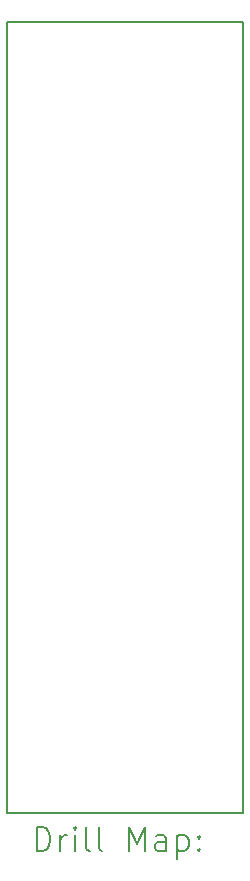
<source format=gbr>
%TF.GenerationSoftware,KiCad,Pcbnew,7.0.10*%
%TF.CreationDate,2024-02-17T17:59:56+01:00*%
%TF.ProjectId,Master_Clock,4d617374-6572-45f4-936c-6f636b2e6b69,1.1*%
%TF.SameCoordinates,Original*%
%TF.FileFunction,Drillmap*%
%TF.FilePolarity,Positive*%
%FSLAX45Y45*%
G04 Gerber Fmt 4.5, Leading zero omitted, Abs format (unit mm)*
G04 Created by KiCad (PCBNEW 7.0.10) date 2024-02-17 17:59:56*
%MOMM*%
%LPD*%
G01*
G04 APERTURE LIST*
%ADD10C,0.150000*%
%ADD11C,0.200000*%
G04 APERTURE END LIST*
D10*
X14400000Y-5800000D02*
X16400000Y-5800000D01*
X16400000Y-12500000D01*
X14400000Y-12500000D01*
X14400000Y-5800000D01*
D11*
X14653277Y-12818984D02*
X14653277Y-12618984D01*
X14653277Y-12618984D02*
X14700896Y-12618984D01*
X14700896Y-12618984D02*
X14729467Y-12628508D01*
X14729467Y-12628508D02*
X14748515Y-12647555D01*
X14748515Y-12647555D02*
X14758039Y-12666603D01*
X14758039Y-12666603D02*
X14767562Y-12704698D01*
X14767562Y-12704698D02*
X14767562Y-12733269D01*
X14767562Y-12733269D02*
X14758039Y-12771365D01*
X14758039Y-12771365D02*
X14748515Y-12790412D01*
X14748515Y-12790412D02*
X14729467Y-12809460D01*
X14729467Y-12809460D02*
X14700896Y-12818984D01*
X14700896Y-12818984D02*
X14653277Y-12818984D01*
X14853277Y-12818984D02*
X14853277Y-12685650D01*
X14853277Y-12723746D02*
X14862801Y-12704698D01*
X14862801Y-12704698D02*
X14872324Y-12695174D01*
X14872324Y-12695174D02*
X14891372Y-12685650D01*
X14891372Y-12685650D02*
X14910420Y-12685650D01*
X14977086Y-12818984D02*
X14977086Y-12685650D01*
X14977086Y-12618984D02*
X14967562Y-12628508D01*
X14967562Y-12628508D02*
X14977086Y-12638031D01*
X14977086Y-12638031D02*
X14986610Y-12628508D01*
X14986610Y-12628508D02*
X14977086Y-12618984D01*
X14977086Y-12618984D02*
X14977086Y-12638031D01*
X15100896Y-12818984D02*
X15081848Y-12809460D01*
X15081848Y-12809460D02*
X15072324Y-12790412D01*
X15072324Y-12790412D02*
X15072324Y-12618984D01*
X15205658Y-12818984D02*
X15186610Y-12809460D01*
X15186610Y-12809460D02*
X15177086Y-12790412D01*
X15177086Y-12790412D02*
X15177086Y-12618984D01*
X15434229Y-12818984D02*
X15434229Y-12618984D01*
X15434229Y-12618984D02*
X15500896Y-12761841D01*
X15500896Y-12761841D02*
X15567562Y-12618984D01*
X15567562Y-12618984D02*
X15567562Y-12818984D01*
X15748515Y-12818984D02*
X15748515Y-12714222D01*
X15748515Y-12714222D02*
X15738991Y-12695174D01*
X15738991Y-12695174D02*
X15719943Y-12685650D01*
X15719943Y-12685650D02*
X15681848Y-12685650D01*
X15681848Y-12685650D02*
X15662801Y-12695174D01*
X15748515Y-12809460D02*
X15729467Y-12818984D01*
X15729467Y-12818984D02*
X15681848Y-12818984D01*
X15681848Y-12818984D02*
X15662801Y-12809460D01*
X15662801Y-12809460D02*
X15653277Y-12790412D01*
X15653277Y-12790412D02*
X15653277Y-12771365D01*
X15653277Y-12771365D02*
X15662801Y-12752317D01*
X15662801Y-12752317D02*
X15681848Y-12742793D01*
X15681848Y-12742793D02*
X15729467Y-12742793D01*
X15729467Y-12742793D02*
X15748515Y-12733269D01*
X15843753Y-12685650D02*
X15843753Y-12885650D01*
X15843753Y-12695174D02*
X15862801Y-12685650D01*
X15862801Y-12685650D02*
X15900896Y-12685650D01*
X15900896Y-12685650D02*
X15919943Y-12695174D01*
X15919943Y-12695174D02*
X15929467Y-12704698D01*
X15929467Y-12704698D02*
X15938991Y-12723746D01*
X15938991Y-12723746D02*
X15938991Y-12780888D01*
X15938991Y-12780888D02*
X15929467Y-12799936D01*
X15929467Y-12799936D02*
X15919943Y-12809460D01*
X15919943Y-12809460D02*
X15900896Y-12818984D01*
X15900896Y-12818984D02*
X15862801Y-12818984D01*
X15862801Y-12818984D02*
X15843753Y-12809460D01*
X16024705Y-12799936D02*
X16034229Y-12809460D01*
X16034229Y-12809460D02*
X16024705Y-12818984D01*
X16024705Y-12818984D02*
X16015182Y-12809460D01*
X16015182Y-12809460D02*
X16024705Y-12799936D01*
X16024705Y-12799936D02*
X16024705Y-12818984D01*
X16024705Y-12695174D02*
X16034229Y-12704698D01*
X16034229Y-12704698D02*
X16024705Y-12714222D01*
X16024705Y-12714222D02*
X16015182Y-12704698D01*
X16015182Y-12704698D02*
X16024705Y-12695174D01*
X16024705Y-12695174D02*
X16024705Y-12714222D01*
M02*

</source>
